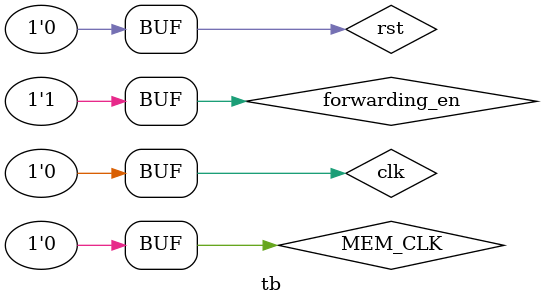
<source format=v>
module tb();

reg clk = 1'b0, rst = 1'b0, MEM_CLK = 1'b0;
reg forwarding_en = 1'b1;

initial repeat(6000) #10 clk = ~clk;
initial repeat(3000) #20 MEM_CLK = ~MEM_CLK;

ARM arm(.clk(clk), .MEM_CLK(MEM_CLK), .rst(rst), .forwarding_en(forwarding_en));

initial begin
    #500
    rst = 1;
    #500
    rst = 0;
end

endmodule
</source>
